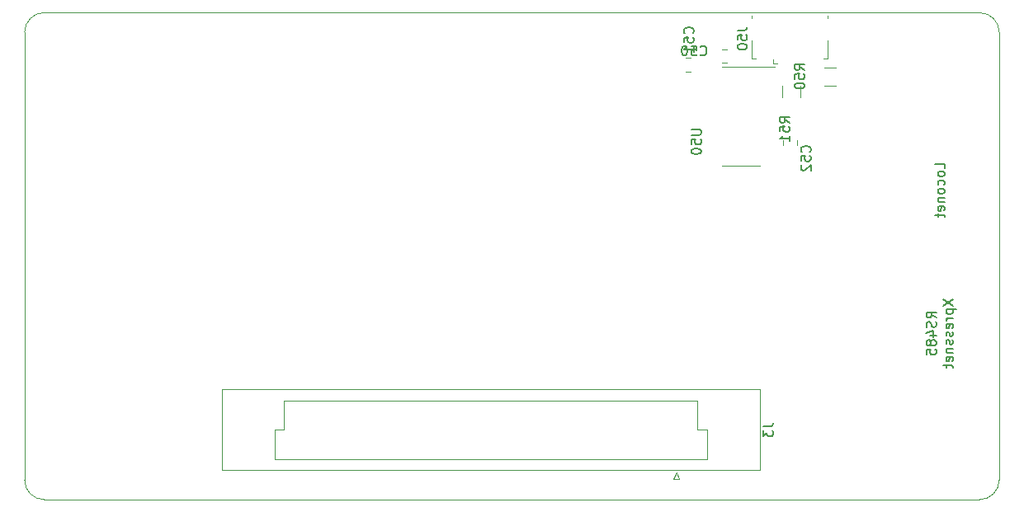
<source format=gbo>
%TF.GenerationSoftware,KiCad,Pcbnew,5.1.6-c6e7f7d~86~ubuntu18.04.1*%
%TF.CreationDate,2020-06-09T12:27:39+02:00*%
%TF.ProjectId,c6021light,63363032-316c-4696-9768-742e6b696361,rev?*%
%TF.SameCoordinates,Original*%
%TF.FileFunction,Legend,Bot*%
%TF.FilePolarity,Positive*%
%FSLAX46Y46*%
G04 Gerber Fmt 4.6, Leading zero omitted, Abs format (unit mm)*
G04 Created by KiCad (PCBNEW 5.1.6-c6e7f7d~86~ubuntu18.04.1) date 2020-06-09 12:27:39*
%MOMM*%
%LPD*%
G01*
G04 APERTURE LIST*
%ADD10C,0.200000*%
%TA.AperFunction,Profile*%
%ADD11C,0.050000*%
%TD*%
%ADD12C,0.120000*%
%ADD13C,0.150000*%
G04 APERTURE END LIST*
D10*
X194381380Y-66008523D02*
X194381380Y-65532333D01*
X193381380Y-65532333D01*
X194381380Y-66484714D02*
X194333761Y-66389476D01*
X194286142Y-66341857D01*
X194190904Y-66294238D01*
X193905190Y-66294238D01*
X193809952Y-66341857D01*
X193762333Y-66389476D01*
X193714714Y-66484714D01*
X193714714Y-66627571D01*
X193762333Y-66722809D01*
X193809952Y-66770428D01*
X193905190Y-66818047D01*
X194190904Y-66818047D01*
X194286142Y-66770428D01*
X194333761Y-66722809D01*
X194381380Y-66627571D01*
X194381380Y-66484714D01*
X194333761Y-67675190D02*
X194381380Y-67579952D01*
X194381380Y-67389476D01*
X194333761Y-67294238D01*
X194286142Y-67246619D01*
X194190904Y-67199000D01*
X193905190Y-67199000D01*
X193809952Y-67246619D01*
X193762333Y-67294238D01*
X193714714Y-67389476D01*
X193714714Y-67579952D01*
X193762333Y-67675190D01*
X194381380Y-68246619D02*
X194333761Y-68151380D01*
X194286142Y-68103761D01*
X194190904Y-68056142D01*
X193905190Y-68056142D01*
X193809952Y-68103761D01*
X193762333Y-68151380D01*
X193714714Y-68246619D01*
X193714714Y-68389476D01*
X193762333Y-68484714D01*
X193809952Y-68532333D01*
X193905190Y-68579952D01*
X194190904Y-68579952D01*
X194286142Y-68532333D01*
X194333761Y-68484714D01*
X194381380Y-68389476D01*
X194381380Y-68246619D01*
X193714714Y-69008523D02*
X194381380Y-69008523D01*
X193809952Y-69008523D02*
X193762333Y-69056142D01*
X193714714Y-69151380D01*
X193714714Y-69294238D01*
X193762333Y-69389476D01*
X193857571Y-69437095D01*
X194381380Y-69437095D01*
X194333761Y-70294238D02*
X194381380Y-70199000D01*
X194381380Y-70008523D01*
X194333761Y-69913285D01*
X194238523Y-69865666D01*
X193857571Y-69865666D01*
X193762333Y-69913285D01*
X193714714Y-70008523D01*
X193714714Y-70199000D01*
X193762333Y-70294238D01*
X193857571Y-70341857D01*
X193952809Y-70341857D01*
X194048047Y-69865666D01*
X193714714Y-70627571D02*
X193714714Y-71008523D01*
X193381380Y-70770428D02*
X194238523Y-70770428D01*
X194333761Y-70818047D01*
X194381380Y-70913285D01*
X194381380Y-71008523D01*
X193531380Y-81335761D02*
X193055190Y-81002428D01*
X193531380Y-80764333D02*
X192531380Y-80764333D01*
X192531380Y-81145285D01*
X192579000Y-81240523D01*
X192626619Y-81288142D01*
X192721857Y-81335761D01*
X192864714Y-81335761D01*
X192959952Y-81288142D01*
X193007571Y-81240523D01*
X193055190Y-81145285D01*
X193055190Y-80764333D01*
X193483761Y-81716714D02*
X193531380Y-81859571D01*
X193531380Y-82097666D01*
X193483761Y-82192904D01*
X193436142Y-82240523D01*
X193340904Y-82288142D01*
X193245666Y-82288142D01*
X193150428Y-82240523D01*
X193102809Y-82192904D01*
X193055190Y-82097666D01*
X193007571Y-81907190D01*
X192959952Y-81811952D01*
X192912333Y-81764333D01*
X192817095Y-81716714D01*
X192721857Y-81716714D01*
X192626619Y-81764333D01*
X192579000Y-81811952D01*
X192531380Y-81907190D01*
X192531380Y-82145285D01*
X192579000Y-82288142D01*
X192864714Y-83145285D02*
X193531380Y-83145285D01*
X192483761Y-82907190D02*
X193198047Y-82669095D01*
X193198047Y-83288142D01*
X192959952Y-83811952D02*
X192912333Y-83716714D01*
X192864714Y-83669095D01*
X192769476Y-83621476D01*
X192721857Y-83621476D01*
X192626619Y-83669095D01*
X192579000Y-83716714D01*
X192531380Y-83811952D01*
X192531380Y-84002428D01*
X192579000Y-84097666D01*
X192626619Y-84145285D01*
X192721857Y-84192904D01*
X192769476Y-84192904D01*
X192864714Y-84145285D01*
X192912333Y-84097666D01*
X192959952Y-84002428D01*
X192959952Y-83811952D01*
X193007571Y-83716714D01*
X193055190Y-83669095D01*
X193150428Y-83621476D01*
X193340904Y-83621476D01*
X193436142Y-83669095D01*
X193483761Y-83716714D01*
X193531380Y-83811952D01*
X193531380Y-84002428D01*
X193483761Y-84097666D01*
X193436142Y-84145285D01*
X193340904Y-84192904D01*
X193150428Y-84192904D01*
X193055190Y-84145285D01*
X193007571Y-84097666D01*
X192959952Y-84002428D01*
X192531380Y-85097666D02*
X192531380Y-84621476D01*
X193007571Y-84573857D01*
X192959952Y-84621476D01*
X192912333Y-84716714D01*
X192912333Y-84954809D01*
X192959952Y-85050047D01*
X193007571Y-85097666D01*
X193102809Y-85145285D01*
X193340904Y-85145285D01*
X193436142Y-85097666D01*
X193483761Y-85050047D01*
X193531380Y-84954809D01*
X193531380Y-84716714D01*
X193483761Y-84621476D01*
X193436142Y-84573857D01*
X194231380Y-79431000D02*
X195231380Y-80097666D01*
X194231380Y-80097666D02*
X195231380Y-79431000D01*
X194564714Y-80478619D02*
X195564714Y-80478619D01*
X194612333Y-80478619D02*
X194564714Y-80573857D01*
X194564714Y-80764333D01*
X194612333Y-80859571D01*
X194659952Y-80907190D01*
X194755190Y-80954809D01*
X195040904Y-80954809D01*
X195136142Y-80907190D01*
X195183761Y-80859571D01*
X195231380Y-80764333D01*
X195231380Y-80573857D01*
X195183761Y-80478619D01*
X195231380Y-81383380D02*
X194564714Y-81383380D01*
X194755190Y-81383380D02*
X194659952Y-81431000D01*
X194612333Y-81478619D01*
X194564714Y-81573857D01*
X194564714Y-81669095D01*
X195183761Y-82383380D02*
X195231380Y-82288142D01*
X195231380Y-82097666D01*
X195183761Y-82002428D01*
X195088523Y-81954809D01*
X194707571Y-81954809D01*
X194612333Y-82002428D01*
X194564714Y-82097666D01*
X194564714Y-82288142D01*
X194612333Y-82383380D01*
X194707571Y-82431000D01*
X194802809Y-82431000D01*
X194898047Y-81954809D01*
X195183761Y-82811952D02*
X195231380Y-82907190D01*
X195231380Y-83097666D01*
X195183761Y-83192904D01*
X195088523Y-83240523D01*
X195040904Y-83240523D01*
X194945666Y-83192904D01*
X194898047Y-83097666D01*
X194898047Y-82954809D01*
X194850428Y-82859571D01*
X194755190Y-82811952D01*
X194707571Y-82811952D01*
X194612333Y-82859571D01*
X194564714Y-82954809D01*
X194564714Y-83097666D01*
X194612333Y-83192904D01*
X195183761Y-83621476D02*
X195231380Y-83716714D01*
X195231380Y-83907190D01*
X195183761Y-84002428D01*
X195088523Y-84050047D01*
X195040904Y-84050047D01*
X194945666Y-84002428D01*
X194898047Y-83907190D01*
X194898047Y-83764333D01*
X194850428Y-83669095D01*
X194755190Y-83621476D01*
X194707571Y-83621476D01*
X194612333Y-83669095D01*
X194564714Y-83764333D01*
X194564714Y-83907190D01*
X194612333Y-84002428D01*
X194564714Y-84478619D02*
X195231380Y-84478619D01*
X194659952Y-84478619D02*
X194612333Y-84526238D01*
X194564714Y-84621476D01*
X194564714Y-84764333D01*
X194612333Y-84859571D01*
X194707571Y-84907190D01*
X195231380Y-84907190D01*
X195183761Y-85764333D02*
X195231380Y-85669095D01*
X195231380Y-85478619D01*
X195183761Y-85383380D01*
X195088523Y-85335761D01*
X194707571Y-85335761D01*
X194612333Y-85383380D01*
X194564714Y-85478619D01*
X194564714Y-85669095D01*
X194612333Y-85764333D01*
X194707571Y-85811952D01*
X194802809Y-85811952D01*
X194898047Y-85335761D01*
X194564714Y-86097666D02*
X194564714Y-86478619D01*
X194231380Y-86240523D02*
X195088523Y-86240523D01*
X195183761Y-86288142D01*
X195231380Y-86383380D01*
X195231380Y-86478619D01*
D11*
X102000000Y-100000000D02*
G75*
G02*
X100000000Y-98000000I0J2000000D01*
G01*
X100000000Y-52000000D02*
G75*
G02*
X102000000Y-50000000I2000000J0D01*
G01*
X200000000Y-98000000D02*
G75*
G02*
X198000000Y-100000000I-2000000J0D01*
G01*
X198000000Y-50000000D02*
G75*
G02*
X200000000Y-52000000I0J-2000000D01*
G01*
X100000000Y-52000000D02*
X100000000Y-98000000D01*
X198000000Y-50000000D02*
X102000000Y-50000000D01*
X200000000Y-98000000D02*
X200000000Y-52000000D01*
X102000000Y-100000000D02*
X198000000Y-100000000D01*
D12*
%TO.C,U50*%
X173507400Y-55569800D02*
X176957400Y-55569800D01*
X173507400Y-55569800D02*
X171557400Y-55569800D01*
X173507400Y-65689800D02*
X175457400Y-65689800D01*
X173507400Y-65689800D02*
X171557400Y-65689800D01*
%TO.C,C50*%
X171559722Y-53747600D02*
X172076878Y-53747600D01*
X171559722Y-55167600D02*
X172076878Y-55167600D01*
%TO.C,J50*%
X176811200Y-55233400D02*
X176811200Y-54783400D01*
X176811200Y-55233400D02*
X177261200Y-55233400D01*
X182411200Y-54683400D02*
X181961200Y-54683400D01*
X182411200Y-52833400D02*
X182411200Y-54683400D01*
X174611200Y-50283400D02*
X174611200Y-50533400D01*
X182411200Y-50283400D02*
X182411200Y-50533400D01*
X174611200Y-52833400D02*
X174611200Y-54683400D01*
X174611200Y-54683400D02*
X175061200Y-54683400D01*
%TO.C,J3*%
X125628000Y-95837000D02*
X170028000Y-95837000D01*
X125628000Y-92837000D02*
X125628000Y-95837000D01*
X126628000Y-92837000D02*
X125628000Y-92837000D01*
X126628000Y-89837000D02*
X126628000Y-92837000D01*
X169028000Y-89837000D02*
X126628000Y-89837000D01*
X169028000Y-92837000D02*
X169028000Y-89837000D01*
X170028000Y-92837000D02*
X169028000Y-92837000D01*
X170028000Y-95837000D02*
X170028000Y-92837000D01*
X166578000Y-97867000D02*
X166878000Y-97187000D01*
X167178000Y-97867000D02*
X166578000Y-97867000D01*
X166878000Y-97187000D02*
X167178000Y-97867000D01*
X120218000Y-96997000D02*
X175438000Y-96997000D01*
X120218000Y-88677000D02*
X120218000Y-96997000D01*
X175438000Y-88677000D02*
X120218000Y-88677000D01*
X175438000Y-96997000D02*
X175438000Y-88677000D01*
%TO.C,C51*%
X168330378Y-56069300D02*
X167813222Y-56069300D01*
X168330378Y-54649300D02*
X167813222Y-54649300D01*
%TO.C,C52*%
X179221200Y-63065922D02*
X179221200Y-63583078D01*
X177801200Y-63065922D02*
X177801200Y-63583078D01*
%TO.C,R51*%
X177779000Y-58704564D02*
X177779000Y-57500436D01*
X179599000Y-58704564D02*
X179599000Y-57500436D01*
%TO.C,R50*%
X183240764Y-57501200D02*
X182036636Y-57501200D01*
X183240764Y-55681200D02*
X182036636Y-55681200D01*
%TD*%
%TO.C,U50*%
D13*
X168413180Y-61982504D02*
X169222704Y-61982504D01*
X169317942Y-62030123D01*
X169365561Y-62077742D01*
X169413180Y-62172980D01*
X169413180Y-62363457D01*
X169365561Y-62458695D01*
X169317942Y-62506314D01*
X169222704Y-62553933D01*
X168413180Y-62553933D01*
X168413180Y-63506314D02*
X168413180Y-63030123D01*
X168889371Y-62982504D01*
X168841752Y-63030123D01*
X168794133Y-63125361D01*
X168794133Y-63363457D01*
X168841752Y-63458695D01*
X168889371Y-63506314D01*
X168984609Y-63553933D01*
X169222704Y-63553933D01*
X169317942Y-63506314D01*
X169365561Y-63458695D01*
X169413180Y-63363457D01*
X169413180Y-63125361D01*
X169365561Y-63030123D01*
X169317942Y-62982504D01*
X168413180Y-64172980D02*
X168413180Y-64268219D01*
X168460800Y-64363457D01*
X168508419Y-64411076D01*
X168603657Y-64458695D01*
X168794133Y-64506314D01*
X169032228Y-64506314D01*
X169222704Y-64458695D01*
X169317942Y-64411076D01*
X169365561Y-64363457D01*
X169413180Y-64268219D01*
X169413180Y-64172980D01*
X169365561Y-64077742D01*
X169317942Y-64030123D01*
X169222704Y-63982504D01*
X169032228Y-63934885D01*
X168794133Y-63934885D01*
X168603657Y-63982504D01*
X168508419Y-64030123D01*
X168460800Y-64077742D01*
X168413180Y-64172980D01*
%TO.C,C50*%
X169336957Y-54306742D02*
X169384576Y-54354361D01*
X169527433Y-54401980D01*
X169622671Y-54401980D01*
X169765528Y-54354361D01*
X169860766Y-54259123D01*
X169908385Y-54163885D01*
X169956004Y-53973409D01*
X169956004Y-53830552D01*
X169908385Y-53640076D01*
X169860766Y-53544838D01*
X169765528Y-53449600D01*
X169622671Y-53401980D01*
X169527433Y-53401980D01*
X169384576Y-53449600D01*
X169336957Y-53497219D01*
X168432195Y-53401980D02*
X168908385Y-53401980D01*
X168956004Y-53878171D01*
X168908385Y-53830552D01*
X168813147Y-53782933D01*
X168575052Y-53782933D01*
X168479814Y-53830552D01*
X168432195Y-53878171D01*
X168384576Y-53973409D01*
X168384576Y-54211504D01*
X168432195Y-54306742D01*
X168479814Y-54354361D01*
X168575052Y-54401980D01*
X168813147Y-54401980D01*
X168908385Y-54354361D01*
X168956004Y-54306742D01*
X167765528Y-53401980D02*
X167670290Y-53401980D01*
X167575052Y-53449600D01*
X167527433Y-53497219D01*
X167479814Y-53592457D01*
X167432195Y-53782933D01*
X167432195Y-54021028D01*
X167479814Y-54211504D01*
X167527433Y-54306742D01*
X167575052Y-54354361D01*
X167670290Y-54401980D01*
X167765528Y-54401980D01*
X167860766Y-54354361D01*
X167908385Y-54306742D01*
X167956004Y-54211504D01*
X168003623Y-54021028D01*
X168003623Y-53782933D01*
X167956004Y-53592457D01*
X167908385Y-53497219D01*
X167860766Y-53449600D01*
X167765528Y-53401980D01*
%TO.C,J50*%
X173137580Y-51831976D02*
X173851866Y-51831976D01*
X173994723Y-51784357D01*
X174089961Y-51689119D01*
X174137580Y-51546261D01*
X174137580Y-51451023D01*
X173137580Y-52784357D02*
X173137580Y-52308166D01*
X173613771Y-52260547D01*
X173566152Y-52308166D01*
X173518533Y-52403404D01*
X173518533Y-52641500D01*
X173566152Y-52736738D01*
X173613771Y-52784357D01*
X173709009Y-52831976D01*
X173947104Y-52831976D01*
X174042342Y-52784357D01*
X174089961Y-52736738D01*
X174137580Y-52641500D01*
X174137580Y-52403404D01*
X174089961Y-52308166D01*
X174042342Y-52260547D01*
X173137580Y-53451023D02*
X173137580Y-53546261D01*
X173185200Y-53641500D01*
X173232819Y-53689119D01*
X173328057Y-53736738D01*
X173518533Y-53784357D01*
X173756628Y-53784357D01*
X173947104Y-53736738D01*
X174042342Y-53689119D01*
X174089961Y-53641500D01*
X174137580Y-53546261D01*
X174137580Y-53451023D01*
X174089961Y-53355785D01*
X174042342Y-53308166D01*
X173947104Y-53260547D01*
X173756628Y-53212928D01*
X173518533Y-53212928D01*
X173328057Y-53260547D01*
X173232819Y-53308166D01*
X173185200Y-53355785D01*
X173137580Y-53451023D01*
%TO.C,J3*%
X175780380Y-92503666D02*
X176494666Y-92503666D01*
X176637523Y-92456047D01*
X176732761Y-92360809D01*
X176780380Y-92217952D01*
X176780380Y-92122714D01*
X175780380Y-92884619D02*
X175780380Y-93503666D01*
X176161333Y-93170333D01*
X176161333Y-93313190D01*
X176208952Y-93408428D01*
X176256571Y-93456047D01*
X176351809Y-93503666D01*
X176589904Y-93503666D01*
X176685142Y-93456047D01*
X176732761Y-93408428D01*
X176780380Y-93313190D01*
X176780380Y-93027476D01*
X176732761Y-92932238D01*
X176685142Y-92884619D01*
%TO.C,C51*%
X168555942Y-52125642D02*
X168603561Y-52078023D01*
X168651180Y-51935166D01*
X168651180Y-51839928D01*
X168603561Y-51697071D01*
X168508323Y-51601833D01*
X168413085Y-51554214D01*
X168222609Y-51506595D01*
X168079752Y-51506595D01*
X167889276Y-51554214D01*
X167794038Y-51601833D01*
X167698800Y-51697071D01*
X167651180Y-51839928D01*
X167651180Y-51935166D01*
X167698800Y-52078023D01*
X167746419Y-52125642D01*
X167651180Y-53030404D02*
X167651180Y-52554214D01*
X168127371Y-52506595D01*
X168079752Y-52554214D01*
X168032133Y-52649452D01*
X168032133Y-52887547D01*
X168079752Y-52982785D01*
X168127371Y-53030404D01*
X168222609Y-53078023D01*
X168460704Y-53078023D01*
X168555942Y-53030404D01*
X168603561Y-52982785D01*
X168651180Y-52887547D01*
X168651180Y-52649452D01*
X168603561Y-52554214D01*
X168555942Y-52506595D01*
X168651180Y-54030404D02*
X168651180Y-53458976D01*
X168651180Y-53744690D02*
X167651180Y-53744690D01*
X167794038Y-53649452D01*
X167889276Y-53554214D01*
X167936895Y-53458976D01*
%TO.C,C52*%
X180570142Y-64307242D02*
X180617761Y-64259623D01*
X180665380Y-64116766D01*
X180665380Y-64021528D01*
X180617761Y-63878671D01*
X180522523Y-63783433D01*
X180427285Y-63735814D01*
X180236809Y-63688195D01*
X180093952Y-63688195D01*
X179903476Y-63735814D01*
X179808238Y-63783433D01*
X179713000Y-63878671D01*
X179665380Y-64021528D01*
X179665380Y-64116766D01*
X179713000Y-64259623D01*
X179760619Y-64307242D01*
X179665380Y-65212004D02*
X179665380Y-64735814D01*
X180141571Y-64688195D01*
X180093952Y-64735814D01*
X180046333Y-64831052D01*
X180046333Y-65069147D01*
X180093952Y-65164385D01*
X180141571Y-65212004D01*
X180236809Y-65259623D01*
X180474904Y-65259623D01*
X180570142Y-65212004D01*
X180617761Y-65164385D01*
X180665380Y-65069147D01*
X180665380Y-64831052D01*
X180617761Y-64735814D01*
X180570142Y-64688195D01*
X179760619Y-65640576D02*
X179713000Y-65688195D01*
X179665380Y-65783433D01*
X179665380Y-66021528D01*
X179713000Y-66116766D01*
X179760619Y-66164385D01*
X179855857Y-66212004D01*
X179951095Y-66212004D01*
X180093952Y-66164385D01*
X180665380Y-65592957D01*
X180665380Y-66212004D01*
%TO.C,R51*%
X178480980Y-61295042D02*
X178004790Y-60961709D01*
X178480980Y-60723614D02*
X177480980Y-60723614D01*
X177480980Y-61104566D01*
X177528600Y-61199804D01*
X177576219Y-61247423D01*
X177671457Y-61295042D01*
X177814314Y-61295042D01*
X177909552Y-61247423D01*
X177957171Y-61199804D01*
X178004790Y-61104566D01*
X178004790Y-60723614D01*
X177480980Y-62199804D02*
X177480980Y-61723614D01*
X177957171Y-61675995D01*
X177909552Y-61723614D01*
X177861933Y-61818852D01*
X177861933Y-62056947D01*
X177909552Y-62152185D01*
X177957171Y-62199804D01*
X178052409Y-62247423D01*
X178290504Y-62247423D01*
X178385742Y-62199804D01*
X178433361Y-62152185D01*
X178480980Y-62056947D01*
X178480980Y-61818852D01*
X178433361Y-61723614D01*
X178385742Y-61675995D01*
X178480980Y-63199804D02*
X178480980Y-62628376D01*
X178480980Y-62914090D02*
X177480980Y-62914090D01*
X177623838Y-62818852D01*
X177719076Y-62723614D01*
X177766695Y-62628376D01*
%TO.C,R50*%
X180019280Y-55884842D02*
X179543090Y-55551509D01*
X180019280Y-55313414D02*
X179019280Y-55313414D01*
X179019280Y-55694366D01*
X179066900Y-55789604D01*
X179114519Y-55837223D01*
X179209757Y-55884842D01*
X179352614Y-55884842D01*
X179447852Y-55837223D01*
X179495471Y-55789604D01*
X179543090Y-55694366D01*
X179543090Y-55313414D01*
X179019280Y-56789604D02*
X179019280Y-56313414D01*
X179495471Y-56265795D01*
X179447852Y-56313414D01*
X179400233Y-56408652D01*
X179400233Y-56646747D01*
X179447852Y-56741985D01*
X179495471Y-56789604D01*
X179590709Y-56837223D01*
X179828804Y-56837223D01*
X179924042Y-56789604D01*
X179971661Y-56741985D01*
X180019280Y-56646747D01*
X180019280Y-56408652D01*
X179971661Y-56313414D01*
X179924042Y-56265795D01*
X179019280Y-57456271D02*
X179019280Y-57551509D01*
X179066900Y-57646747D01*
X179114519Y-57694366D01*
X179209757Y-57741985D01*
X179400233Y-57789604D01*
X179638328Y-57789604D01*
X179828804Y-57741985D01*
X179924042Y-57694366D01*
X179971661Y-57646747D01*
X180019280Y-57551509D01*
X180019280Y-57456271D01*
X179971661Y-57361033D01*
X179924042Y-57313414D01*
X179828804Y-57265795D01*
X179638328Y-57218176D01*
X179400233Y-57218176D01*
X179209757Y-57265795D01*
X179114519Y-57313414D01*
X179066900Y-57361033D01*
X179019280Y-57456271D01*
%TD*%
M02*

</source>
